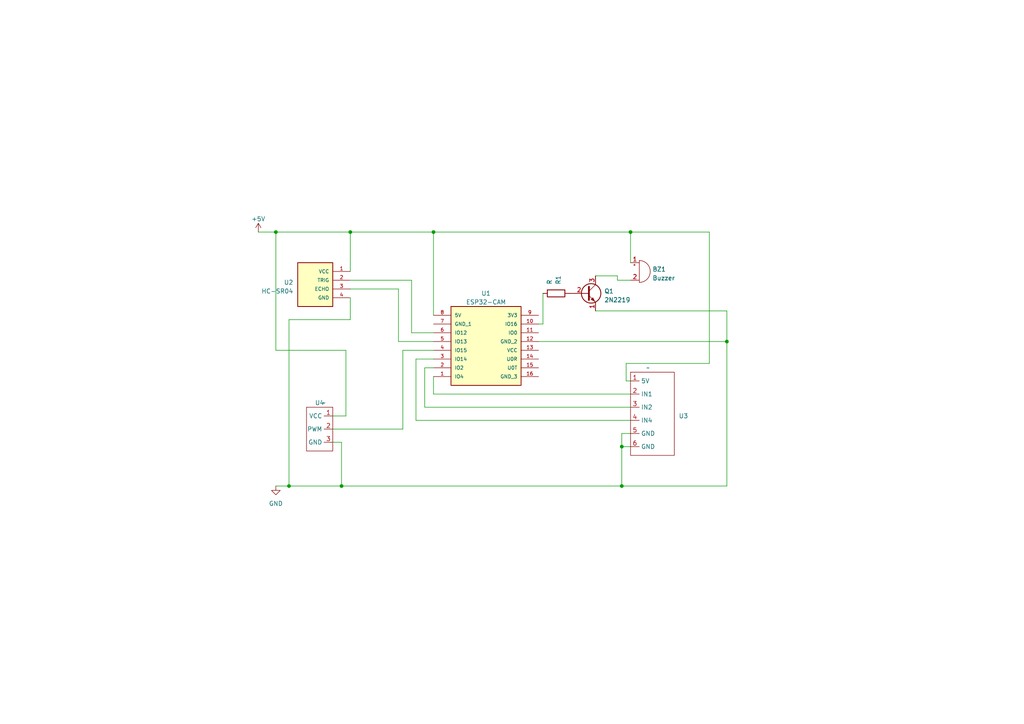
<source format=kicad_sch>
(kicad_sch (version 20230121) (generator eeschema)

  (uuid e50206ed-184a-44a9-b3b0-80fd3ba191db)

  (paper "A4")

  (lib_symbols
    (symbol "CUSTOMSHTE:DriverH" (in_bom yes) (on_board yes)
      (property "Reference" "U" (at 6.35 -13.97 0)
        (effects (font (size 1.27 1.27)))
      )
      (property "Value" "" (at 0 0 0)
        (effects (font (size 1.27 1.27)))
      )
      (property "Footprint" "" (at 0 0 0)
        (effects (font (size 1.27 1.27)) hide)
      )
      (property "Datasheet" "" (at 0 0 0)
        (effects (font (size 1.27 1.27)) hide)
      )
      (symbol "DriverH_1_1"
        (rectangle (start -5.08 -1.27) (end 7.62 -25.4)
          (stroke (width 0) (type default))
          (fill (type none))
        )
        (pin power_in line (at -5.08 -3.81 0) (length 2.54)
          (name "5V" (effects (font (size 1.27 1.27))))
          (number "1" (effects (font (size 1.27 1.27))))
        )
        (pin input line (at -5.08 -7.62 0) (length 2.54)
          (name "IN1" (effects (font (size 1.27 1.27))))
          (number "2" (effects (font (size 1.27 1.27))))
        )
        (pin input line (at -5.08 -11.43 0) (length 2.54)
          (name "IN2" (effects (font (size 1.27 1.27))))
          (number "3" (effects (font (size 1.27 1.27))))
        )
        (pin input line (at -5.08 -15.24 0) (length 2.54)
          (name "IN4" (effects (font (size 1.27 1.27))))
          (number "4" (effects (font (size 1.27 1.27))))
        )
        (pin bidirectional line (at -5.08 -19.05 0) (length 2.54)
          (name "GND" (effects (font (size 1.27 1.27))))
          (number "5" (effects (font (size 1.27 1.27))))
        )
        (pin bidirectional line (at -5.08 -22.86 0) (length 2.54)
          (name "GND" (effects (font (size 1.27 1.27))))
          (number "6" (effects (font (size 1.27 1.27))))
        )
      )
    )
    (symbol "CUSTOMSHTE:SG90" (in_bom yes) (on_board yes)
      (property "Reference" "U" (at -6.35 -7.62 0)
        (effects (font (size 1.27 1.27)))
      )
      (property "Value" "" (at 0 0 0)
        (effects (font (size 1.27 1.27)))
      )
      (property "Footprint" "" (at 0 0 0)
        (effects (font (size 1.27 1.27)) hide)
      )
      (property "Datasheet" "" (at 0 0 0)
        (effects (font (size 1.27 1.27)) hide)
      )
      (symbol "SG90_0_1"
        (rectangle (start -5.08 -1.27) (end 2.54 -13.97)
          (stroke (width 0) (type default))
          (fill (type none))
        )
      )
      (symbol "SG90_1_1"
        (pin power_in line (at 2.54 -3.81 180) (length 2.54)
          (name "VCC" (effects (font (size 1.27 1.27))))
          (number "1" (effects (font (size 1.27 1.27))))
        )
        (pin input line (at 2.54 -7.62 180) (length 2.54)
          (name "PWM" (effects (font (size 1.27 1.27))))
          (number "2" (effects (font (size 1.27 1.27))))
        )
        (pin passive line (at 2.54 -11.43 180) (length 2.54)
          (name "GND" (effects (font (size 1.27 1.27))))
          (number "3" (effects (font (size 1.27 1.27))))
        )
      )
    )
    (symbol "Device:Buzzer" (pin_names (offset 0.0254) hide) (in_bom yes) (on_board yes)
      (property "Reference" "BZ" (at 3.81 1.27 0)
        (effects (font (size 1.27 1.27)) (justify left))
      )
      (property "Value" "Buzzer" (at 3.81 -1.27 0)
        (effects (font (size 1.27 1.27)) (justify left))
      )
      (property "Footprint" "" (at -0.635 2.54 90)
        (effects (font (size 1.27 1.27)) hide)
      )
      (property "Datasheet" "~" (at -0.635 2.54 90)
        (effects (font (size 1.27 1.27)) hide)
      )
      (property "ki_keywords" "quartz resonator ceramic" (at 0 0 0)
        (effects (font (size 1.27 1.27)) hide)
      )
      (property "ki_description" "Buzzer, polarized" (at 0 0 0)
        (effects (font (size 1.27 1.27)) hide)
      )
      (property "ki_fp_filters" "*Buzzer*" (at 0 0 0)
        (effects (font (size 1.27 1.27)) hide)
      )
      (symbol "Buzzer_0_1"
        (arc (start 0 -3.175) (mid 3.1612 0) (end 0 3.175)
          (stroke (width 0) (type default))
          (fill (type none))
        )
        (polyline
          (pts
            (xy -1.651 1.905)
            (xy -1.143 1.905)
          )
          (stroke (width 0) (type default))
          (fill (type none))
        )
        (polyline
          (pts
            (xy -1.397 2.159)
            (xy -1.397 1.651)
          )
          (stroke (width 0) (type default))
          (fill (type none))
        )
        (polyline
          (pts
            (xy 0 3.175)
            (xy 0 -3.175)
          )
          (stroke (width 0) (type default))
          (fill (type none))
        )
      )
      (symbol "Buzzer_1_1"
        (pin passive line (at -2.54 2.54 0) (length 2.54)
          (name "-" (effects (font (size 1.27 1.27))))
          (number "1" (effects (font (size 1.27 1.27))))
        )
        (pin passive line (at -2.54 -2.54 0) (length 2.54)
          (name "+" (effects (font (size 1.27 1.27))))
          (number "2" (effects (font (size 1.27 1.27))))
        )
      )
    )
    (symbol "Device:R" (pin_numbers hide) (pin_names (offset 0)) (in_bom yes) (on_board yes)
      (property "Reference" "R" (at 2.032 0 90)
        (effects (font (size 1.27 1.27)))
      )
      (property "Value" "R" (at 0 0 90)
        (effects (font (size 1.27 1.27)))
      )
      (property "Footprint" "" (at -1.778 0 90)
        (effects (font (size 1.27 1.27)) hide)
      )
      (property "Datasheet" "~" (at 0 0 0)
        (effects (font (size 1.27 1.27)) hide)
      )
      (property "ki_keywords" "R res resistor" (at 0 0 0)
        (effects (font (size 1.27 1.27)) hide)
      )
      (property "ki_description" "Resistor" (at 0 0 0)
        (effects (font (size 1.27 1.27)) hide)
      )
      (property "ki_fp_filters" "R_*" (at 0 0 0)
        (effects (font (size 1.27 1.27)) hide)
      )
      (symbol "R_0_1"
        (rectangle (start -1.016 -2.54) (end 1.016 2.54)
          (stroke (width 0.254) (type default))
          (fill (type none))
        )
      )
      (symbol "R_1_1"
        (pin passive line (at 0 3.81 270) (length 1.27)
          (name "~" (effects (font (size 1.27 1.27))))
          (number "1" (effects (font (size 1.27 1.27))))
        )
        (pin passive line (at 0 -3.81 90) (length 1.27)
          (name "~" (effects (font (size 1.27 1.27))))
          (number "2" (effects (font (size 1.27 1.27))))
        )
      )
    )
    (symbol "ESP32-CAM:ESP32-CAM" (pin_names (offset 1.016)) (in_bom yes) (on_board yes)
      (property "Reference" "U" (at 26.67 7.62 0)
        (effects (font (size 1.27 1.27)) (justify left))
      )
      (property "Value" "ESP32-CAM" (at 26.67 5.08 0)
        (effects (font (size 1.27 1.27)) (justify left))
      )
      (property "Footprint" "ESP32-CAM" (at 0 0 0)
        (effects (font (size 1.27 1.27)) (justify bottom) hide)
      )
      (property "Datasheet" "" (at 0 0 0)
        (effects (font (size 1.27 1.27)) hide)
      )
      (property "MANUFACTURER_NAME" "Ai-Thinker" (at 0 0 0)
        (effects (font (size 1.27 1.27)) (justify bottom) hide)
      )
      (property "MOUSER_PRICE-STOCK" "" (at 0 0 0)
        (effects (font (size 1.27 1.27)) (justify bottom) hide)
      )
      (property "DESCRIPTION" "Modules PCBA Module RoHS" (at 0 0 0)
        (effects (font (size 1.27 1.27)) (justify bottom) hide)
      )
      (property "MOUSER_PART_NUMBER" "" (at 0 0 0)
        (effects (font (size 1.27 1.27)) (justify bottom) hide)
      )
      (property "HEIGHT" "5mm" (at 0 0 0)
        (effects (font (size 1.27 1.27)) (justify bottom) hide)
      )
      (property "ARROW_PRICE-STOCK" "" (at 0 0 0)
        (effects (font (size 1.27 1.27)) (justify bottom) hide)
      )
      (property "ARROW_PART_NUMBER" "" (at 0 0 0)
        (effects (font (size 1.27 1.27)) (justify bottom) hide)
      )
      (property "MANUFACTURER_PART_NUMBER" "ESP32-CAM" (at 0 0 0)
        (effects (font (size 1.27 1.27)) (justify bottom) hide)
      )
      (symbol "ESP32-CAM_0_0"
        (rectangle (start 5.08 -20.32) (end 25.4 2.54)
          (stroke (width 0.254) (type default))
          (fill (type background))
        )
        (pin bidirectional line (at 0 -17.78 0) (length 5.08)
          (name "IO4" (effects (font (size 1.016 1.016))))
          (number "1" (effects (font (size 1.016 1.016))))
        )
        (pin bidirectional line (at 30.48 -2.54 180) (length 5.08)
          (name "IO16" (effects (font (size 1.016 1.016))))
          (number "10" (effects (font (size 1.016 1.016))))
        )
        (pin bidirectional line (at 30.48 -5.08 180) (length 5.08)
          (name "IO0" (effects (font (size 1.016 1.016))))
          (number "11" (effects (font (size 1.016 1.016))))
        )
        (pin bidirectional line (at 30.48 -7.62 180) (length 5.08)
          (name "GND_2" (effects (font (size 1.016 1.016))))
          (number "12" (effects (font (size 1.016 1.016))))
        )
        (pin bidirectional line (at 30.48 -10.16 180) (length 5.08)
          (name "VCC" (effects (font (size 1.016 1.016))))
          (number "13" (effects (font (size 1.016 1.016))))
        )
        (pin bidirectional line (at 30.48 -12.7 180) (length 5.08)
          (name "U0R" (effects (font (size 1.016 1.016))))
          (number "14" (effects (font (size 1.016 1.016))))
        )
        (pin bidirectional line (at 30.48 -15.24 180) (length 5.08)
          (name "U0T" (effects (font (size 1.016 1.016))))
          (number "15" (effects (font (size 1.016 1.016))))
        )
        (pin bidirectional line (at 30.48 -17.78 180) (length 5.08)
          (name "GND_3" (effects (font (size 1.016 1.016))))
          (number "16" (effects (font (size 1.016 1.016))))
        )
        (pin bidirectional line (at 0 -15.24 0) (length 5.08)
          (name "IO2" (effects (font (size 1.016 1.016))))
          (number "2" (effects (font (size 1.016 1.016))))
        )
        (pin bidirectional line (at 0 -12.7 0) (length 5.08)
          (name "IO14" (effects (font (size 1.016 1.016))))
          (number "3" (effects (font (size 1.016 1.016))))
        )
        (pin bidirectional line (at 0 -10.16 0) (length 5.08)
          (name "IO15" (effects (font (size 1.016 1.016))))
          (number "4" (effects (font (size 1.016 1.016))))
        )
        (pin bidirectional line (at 0 -7.62 0) (length 5.08)
          (name "IO13" (effects (font (size 1.016 1.016))))
          (number "5" (effects (font (size 1.016 1.016))))
        )
        (pin bidirectional line (at 0 -5.08 0) (length 5.08)
          (name "IO12" (effects (font (size 1.016 1.016))))
          (number "6" (effects (font (size 1.016 1.016))))
        )
        (pin bidirectional line (at 0 -2.54 0) (length 5.08)
          (name "GND_1" (effects (font (size 1.016 1.016))))
          (number "7" (effects (font (size 1.016 1.016))))
        )
        (pin bidirectional line (at 0 0 0) (length 5.08)
          (name "5V" (effects (font (size 1.016 1.016))))
          (number "8" (effects (font (size 1.016 1.016))))
        )
        (pin bidirectional line (at 30.48 0 180) (length 5.08)
          (name "3V3" (effects (font (size 1.016 1.016))))
          (number "9" (effects (font (size 1.016 1.016))))
        )
      )
    )
    (symbol "HC-SR04:HC-SR04" (pin_names (offset 1.016)) (in_bom yes) (on_board yes)
      (property "Reference" "U" (at 0 5.0813 0)
        (effects (font (size 1.27 1.27)) (justify left bottom))
      )
      (property "Value" "HC-SR04" (at 0 -10.163 0)
        (effects (font (size 1.27 1.27)) (justify left bottom))
      )
      (property "Footprint" "XCVR_HC-SR04" (at 0 0 0)
        (effects (font (size 1.27 1.27)) (justify bottom) hide)
      )
      (property "Datasheet" "" (at 0 0 0)
        (effects (font (size 1.27 1.27)) hide)
      )
      (property "MANUFACTURER" "Osepp" (at 0 0 0)
        (effects (font (size 1.27 1.27)) (justify bottom) hide)
      )
      (symbol "HC-SR04_0_0"
        (rectangle (start 0 -7.62) (end 10.16 5.08)
          (stroke (width 0.254) (type default))
          (fill (type background))
        )
        (pin power_in line (at -5.08 2.54 0) (length 5.08)
          (name "VCC" (effects (font (size 1.016 1.016))))
          (number "1" (effects (font (size 1.016 1.016))))
        )
        (pin bidirectional line (at -5.08 0 0) (length 5.08)
          (name "TRIG" (effects (font (size 1.016 1.016))))
          (number "2" (effects (font (size 1.016 1.016))))
        )
        (pin bidirectional line (at -5.08 -2.54 0) (length 5.08)
          (name "ECHO" (effects (font (size 1.016 1.016))))
          (number "3" (effects (font (size 1.016 1.016))))
        )
        (pin power_in line (at -5.08 -5.08 0) (length 5.08)
          (name "GND" (effects (font (size 1.016 1.016))))
          (number "4" (effects (font (size 1.016 1.016))))
        )
      )
    )
    (symbol "Transistor_BJT:2N2219" (pin_names (offset 0) hide) (in_bom yes) (on_board yes)
      (property "Reference" "Q" (at 5.08 1.905 0)
        (effects (font (size 1.27 1.27)) (justify left))
      )
      (property "Value" "2N2219" (at 5.08 0 0)
        (effects (font (size 1.27 1.27)) (justify left))
      )
      (property "Footprint" "Package_TO_SOT_THT:TO-39-3" (at 5.08 -1.905 0)
        (effects (font (size 1.27 1.27) italic) (justify left) hide)
      )
      (property "Datasheet" "http://www.onsemi.com/pub_link/Collateral/2N2219-D.PDF" (at 0 0 0)
        (effects (font (size 1.27 1.27)) (justify left) hide)
      )
      (property "ki_keywords" "NPN Transistor" (at 0 0 0)
        (effects (font (size 1.27 1.27)) hide)
      )
      (property "ki_description" "800mA Ic, 50V Vce, NPN Transistor, TO-39" (at 0 0 0)
        (effects (font (size 1.27 1.27)) hide)
      )
      (property "ki_fp_filters" "TO?39*" (at 0 0 0)
        (effects (font (size 1.27 1.27)) hide)
      )
      (symbol "2N2219_0_1"
        (polyline
          (pts
            (xy 0.635 0.635)
            (xy 2.54 2.54)
          )
          (stroke (width 0) (type default))
          (fill (type none))
        )
        (polyline
          (pts
            (xy 0.635 -0.635)
            (xy 2.54 -2.54)
            (xy 2.54 -2.54)
          )
          (stroke (width 0) (type default))
          (fill (type none))
        )
        (polyline
          (pts
            (xy 0.635 1.905)
            (xy 0.635 -1.905)
            (xy 0.635 -1.905)
          )
          (stroke (width 0.508) (type default))
          (fill (type none))
        )
        (polyline
          (pts
            (xy 1.27 -1.778)
            (xy 1.778 -1.27)
            (xy 2.286 -2.286)
            (xy 1.27 -1.778)
            (xy 1.27 -1.778)
          )
          (stroke (width 0) (type default))
          (fill (type outline))
        )
        (circle (center 1.27 0) (radius 2.8194)
          (stroke (width 0.254) (type default))
          (fill (type none))
        )
      )
      (symbol "2N2219_1_1"
        (pin passive line (at 2.54 -5.08 90) (length 2.54)
          (name "E" (effects (font (size 1.27 1.27))))
          (number "1" (effects (font (size 1.27 1.27))))
        )
        (pin passive line (at -5.08 0 0) (length 5.715)
          (name "B" (effects (font (size 1.27 1.27))))
          (number "2" (effects (font (size 1.27 1.27))))
        )
        (pin passive line (at 2.54 5.08 270) (length 2.54)
          (name "C" (effects (font (size 1.27 1.27))))
          (number "3" (effects (font (size 1.27 1.27))))
        )
      )
    )
    (symbol "power:+5V" (power) (pin_names (offset 0)) (in_bom yes) (on_board yes)
      (property "Reference" "#PWR" (at 0 -3.81 0)
        (effects (font (size 1.27 1.27)) hide)
      )
      (property "Value" "+5V" (at 0 3.556 0)
        (effects (font (size 1.27 1.27)))
      )
      (property "Footprint" "" (at 0 0 0)
        (effects (font (size 1.27 1.27)) hide)
      )
      (property "Datasheet" "" (at 0 0 0)
        (effects (font (size 1.27 1.27)) hide)
      )
      (property "ki_keywords" "global power" (at 0 0 0)
        (effects (font (size 1.27 1.27)) hide)
      )
      (property "ki_description" "Power symbol creates a global label with name \"+5V\"" (at 0 0 0)
        (effects (font (size 1.27 1.27)) hide)
      )
      (symbol "+5V_0_1"
        (polyline
          (pts
            (xy -0.762 1.27)
            (xy 0 2.54)
          )
          (stroke (width 0) (type default))
          (fill (type none))
        )
        (polyline
          (pts
            (xy 0 0)
            (xy 0 2.54)
          )
          (stroke (width 0) (type default))
          (fill (type none))
        )
        (polyline
          (pts
            (xy 0 2.54)
            (xy 0.762 1.27)
          )
          (stroke (width 0) (type default))
          (fill (type none))
        )
      )
      (symbol "+5V_1_1"
        (pin power_in line (at 0 0 90) (length 0) hide
          (name "+5V" (effects (font (size 1.27 1.27))))
          (number "1" (effects (font (size 1.27 1.27))))
        )
      )
    )
    (symbol "power:GND" (power) (pin_names (offset 0)) (in_bom yes) (on_board yes)
      (property "Reference" "#PWR" (at 0 -6.35 0)
        (effects (font (size 1.27 1.27)) hide)
      )
      (property "Value" "GND" (at 0 -3.81 0)
        (effects (font (size 1.27 1.27)))
      )
      (property "Footprint" "" (at 0 0 0)
        (effects (font (size 1.27 1.27)) hide)
      )
      (property "Datasheet" "" (at 0 0 0)
        (effects (font (size 1.27 1.27)) hide)
      )
      (property "ki_keywords" "global power" (at 0 0 0)
        (effects (font (size 1.27 1.27)) hide)
      )
      (property "ki_description" "Power symbol creates a global label with name \"GND\" , ground" (at 0 0 0)
        (effects (font (size 1.27 1.27)) hide)
      )
      (symbol "GND_0_1"
        (polyline
          (pts
            (xy 0 0)
            (xy 0 -1.27)
            (xy 1.27 -1.27)
            (xy 0 -2.54)
            (xy -1.27 -1.27)
            (xy 0 -1.27)
          )
          (stroke (width 0) (type default))
          (fill (type none))
        )
      )
      (symbol "GND_1_1"
        (pin power_in line (at 0 0 270) (length 0) hide
          (name "GND" (effects (font (size 1.27 1.27))))
          (number "1" (effects (font (size 1.27 1.27))))
        )
      )
    )
  )

  (junction (at 180.34 140.97) (diameter 0) (color 0 0 0 0)
    (uuid 06eb54b7-7bc0-4410-bf46-5228da0dd9da)
  )
  (junction (at 210.82 99.06) (diameter 0) (color 0 0 0 0)
    (uuid 16650e01-ea02-4178-a4db-f129f2c2eb7b)
  )
  (junction (at 180.34 129.54) (diameter 0) (color 0 0 0 0)
    (uuid 2d399a15-cacc-4d7e-aea7-86b7ff1982f2)
  )
  (junction (at 101.6 67.31) (diameter 0) (color 0 0 0 0)
    (uuid 4cb6864f-beaf-410e-a6df-4a8cbc4c664d)
  )
  (junction (at 182.88 67.31) (diameter 0) (color 0 0 0 0)
    (uuid 73cde445-7625-43a3-94ec-acbcafb17f72)
  )
  (junction (at 99.06 140.97) (diameter 0) (color 0 0 0 0)
    (uuid 9b8afbd3-c8be-477f-95ac-0b6fdaa0727b)
  )
  (junction (at 80.01 67.31) (diameter 0) (color 0 0 0 0)
    (uuid b09dfe90-b0a1-47c7-b094-d39e23cb186c)
  )
  (junction (at 125.73 67.31) (diameter 0) (color 0 0 0 0)
    (uuid dcd992d8-7a40-48a1-b817-eabbb0f73d32)
  )
  (junction (at 83.82 140.97) (diameter 0) (color 0 0 0 0)
    (uuid de8ece23-88e1-4eca-a729-6fe18576066d)
  )

  (wire (pts (xy 182.88 121.92) (xy 120.65 121.92))
    (stroke (width 0) (type default))
    (uuid 04781d67-94e9-459a-b527-da8411d6c365)
  )
  (wire (pts (xy 182.88 129.54) (xy 180.34 129.54))
    (stroke (width 0) (type default))
    (uuid 11fdd119-3e89-4ecf-b7f2-71c15fc8b485)
  )
  (wire (pts (xy 179.07 81.28) (xy 179.07 80.01))
    (stroke (width 0) (type default))
    (uuid 15bec88b-90de-4250-bd0e-d6a7f8bbf0e6)
  )
  (wire (pts (xy 115.57 99.06) (xy 125.73 99.06))
    (stroke (width 0) (type default))
    (uuid 1929ab7e-8f59-4ed0-a535-11333682661a)
  )
  (wire (pts (xy 120.65 121.92) (xy 120.65 104.14))
    (stroke (width 0) (type default))
    (uuid 1ba88bf1-35a5-4829-b9ee-bd4c96226c95)
  )
  (wire (pts (xy 96.52 128.27) (xy 99.06 128.27))
    (stroke (width 0) (type default))
    (uuid 1c682682-caa6-46f0-ab2b-3f8bcb861bb1)
  )
  (wire (pts (xy 179.07 80.01) (xy 172.72 80.01))
    (stroke (width 0) (type default))
    (uuid 1edaf8ec-4c65-4439-b230-63247931abe8)
  )
  (wire (pts (xy 172.72 90.17) (xy 210.82 90.17))
    (stroke (width 0) (type default))
    (uuid 24039d96-9853-4307-ad03-655d96e8a6d9)
  )
  (wire (pts (xy 180.34 125.73) (xy 180.34 129.54))
    (stroke (width 0) (type default))
    (uuid 25fa6e7e-ed63-401f-b248-b1ec7e6b0227)
  )
  (wire (pts (xy 116.84 124.46) (xy 116.84 101.6))
    (stroke (width 0) (type default))
    (uuid 28465dae-f6f7-4ef3-8596-8ef63530d8aa)
  )
  (wire (pts (xy 83.82 92.71) (xy 83.82 140.97))
    (stroke (width 0) (type default))
    (uuid 2f1885c4-89e0-405a-b37c-d5d1c114e40b)
  )
  (wire (pts (xy 101.6 67.31) (xy 101.6 78.74))
    (stroke (width 0) (type default))
    (uuid 30447fd0-cd5e-47e6-8315-bbf1cf2d3171)
  )
  (wire (pts (xy 101.6 67.31) (xy 125.73 67.31))
    (stroke (width 0) (type default))
    (uuid 35943a2e-8362-4857-a054-5afd6cebf034)
  )
  (wire (pts (xy 83.82 140.97) (xy 80.01 140.97))
    (stroke (width 0) (type default))
    (uuid 375bf5ad-87b4-415c-9366-22a08fba1075)
  )
  (wire (pts (xy 96.52 124.46) (xy 116.84 124.46))
    (stroke (width 0) (type default))
    (uuid 39424704-b49d-4a1e-8857-f62aa5b6d0ad)
  )
  (wire (pts (xy 101.6 83.82) (xy 115.57 83.82))
    (stroke (width 0) (type default))
    (uuid 3bda0908-906c-4d9f-8d0e-0ef572daed57)
  )
  (wire (pts (xy 180.34 129.54) (xy 180.34 140.97))
    (stroke (width 0) (type default))
    (uuid 40e2400e-3b64-4bf6-b622-8872c1b53491)
  )
  (wire (pts (xy 210.82 90.17) (xy 210.82 99.06))
    (stroke (width 0) (type default))
    (uuid 41b5a8d2-5c37-4387-9805-7bbcba774680)
  )
  (wire (pts (xy 99.06 140.97) (xy 83.82 140.97))
    (stroke (width 0) (type default))
    (uuid 46d7d9e9-6728-4da1-938c-a6d0df367a13)
  )
  (wire (pts (xy 156.21 99.06) (xy 210.82 99.06))
    (stroke (width 0) (type default))
    (uuid 4cd7e113-ca2a-4564-b989-84f028a15edd)
  )
  (wire (pts (xy 100.33 101.6) (xy 80.01 101.6))
    (stroke (width 0) (type default))
    (uuid 4eeeef7f-5926-4284-bdda-a71ece0bb7ac)
  )
  (wire (pts (xy 125.73 67.31) (xy 125.73 91.44))
    (stroke (width 0) (type default))
    (uuid 55005068-8298-4655-a2a7-a2ff6ecdc1ba)
  )
  (wire (pts (xy 101.6 92.71) (xy 83.82 92.71))
    (stroke (width 0) (type default))
    (uuid 58b38cfd-aeff-403c-9494-d339910c529c)
  )
  (wire (pts (xy 182.88 118.11) (xy 123.19 118.11))
    (stroke (width 0) (type default))
    (uuid 5c80fae7-6054-4e11-9937-04c960b2af65)
  )
  (wire (pts (xy 101.6 81.28) (xy 119.38 81.28))
    (stroke (width 0) (type default))
    (uuid 5d80864a-408e-4c13-a985-37fbf56289e6)
  )
  (wire (pts (xy 99.06 128.27) (xy 99.06 140.97))
    (stroke (width 0) (type default))
    (uuid 6dd8a3c4-38c6-420d-abc6-ea3bffe1394e)
  )
  (wire (pts (xy 96.52 120.65) (xy 100.33 120.65))
    (stroke (width 0) (type default))
    (uuid 7962398e-26f0-491f-a7fe-4ca6592541ae)
  )
  (wire (pts (xy 119.38 96.52) (xy 125.73 96.52))
    (stroke (width 0) (type default))
    (uuid 7bc8269c-adb5-41d3-b470-ae927c5daedb)
  )
  (wire (pts (xy 182.88 67.31) (xy 182.88 76.2))
    (stroke (width 0) (type default))
    (uuid 7f63a33d-8b68-443d-b43e-5c2b2306bcbe)
  )
  (wire (pts (xy 181.61 105.41) (xy 181.61 110.49))
    (stroke (width 0) (type default))
    (uuid 82350f98-db75-40dc-9b97-56e499f58666)
  )
  (wire (pts (xy 205.74 105.41) (xy 181.61 105.41))
    (stroke (width 0) (type default))
    (uuid 8a992429-5133-4c02-941f-c037ee8b4b8e)
  )
  (wire (pts (xy 80.01 67.31) (xy 80.01 101.6))
    (stroke (width 0) (type default))
    (uuid 8ad1520d-667f-4089-9a6b-45c9f1a6e5c5)
  )
  (wire (pts (xy 157.48 93.98) (xy 156.21 93.98))
    (stroke (width 0) (type default))
    (uuid 91143c5d-d5d9-4c93-9289-71c3e081ea3c)
  )
  (wire (pts (xy 210.82 99.06) (xy 210.82 140.97))
    (stroke (width 0) (type default))
    (uuid 981ee7cf-13f4-46bb-af9d-8d04c6829dcd)
  )
  (wire (pts (xy 123.19 106.68) (xy 125.73 106.68))
    (stroke (width 0) (type default))
    (uuid 9e2d2af1-1d39-481a-82e0-e653dc9ad137)
  )
  (wire (pts (xy 125.73 67.31) (xy 182.88 67.31))
    (stroke (width 0) (type default))
    (uuid a70b79ea-f275-4cb6-babf-9c5c9375440f)
  )
  (wire (pts (xy 74.93 67.31) (xy 80.01 67.31))
    (stroke (width 0) (type default))
    (uuid aaf37c4e-004f-4685-b9ff-18d7ab266b11)
  )
  (wire (pts (xy 80.01 67.31) (xy 101.6 67.31))
    (stroke (width 0) (type default))
    (uuid af722ca9-9ce4-4ee3-8f9e-d99d82d8b1cf)
  )
  (wire (pts (xy 205.74 67.31) (xy 205.74 105.41))
    (stroke (width 0) (type default))
    (uuid b1877b23-7deb-48f2-be5a-99d66e8f8f97)
  )
  (wire (pts (xy 101.6 86.36) (xy 101.6 92.71))
    (stroke (width 0) (type default))
    (uuid b945e071-a63c-401e-a3c6-98c276ee0b63)
  )
  (wire (pts (xy 116.84 101.6) (xy 125.73 101.6))
    (stroke (width 0) (type default))
    (uuid bde05f57-471b-487c-bb45-e53a62e2c1c3)
  )
  (wire (pts (xy 210.82 140.97) (xy 180.34 140.97))
    (stroke (width 0) (type default))
    (uuid bfe60425-2e16-4e4d-b85a-e33203ec132d)
  )
  (wire (pts (xy 100.33 120.65) (xy 100.33 101.6))
    (stroke (width 0) (type default))
    (uuid c0ff3f4b-cff5-4c65-8707-9fb040d3d733)
  )
  (wire (pts (xy 119.38 81.28) (xy 119.38 96.52))
    (stroke (width 0) (type default))
    (uuid c2215f36-13d2-42df-bcd7-0db1f399a3ed)
  )
  (wire (pts (xy 181.61 110.49) (xy 182.88 110.49))
    (stroke (width 0) (type default))
    (uuid c7d173f8-9e29-49be-8ab4-89b40951b114)
  )
  (wire (pts (xy 157.48 85.09) (xy 157.48 93.98))
    (stroke (width 0) (type default))
    (uuid c926627e-c04e-4b44-9324-33005a24a700)
  )
  (wire (pts (xy 180.34 140.97) (xy 99.06 140.97))
    (stroke (width 0) (type default))
    (uuid c9d4eecd-fab2-47eb-afd8-61d26e503624)
  )
  (wire (pts (xy 182.88 81.28) (xy 179.07 81.28))
    (stroke (width 0) (type default))
    (uuid d267cea7-fd5b-4a47-8131-8d697e253947)
  )
  (wire (pts (xy 182.88 125.73) (xy 180.34 125.73))
    (stroke (width 0) (type default))
    (uuid d2918d07-92c5-48ac-a524-382a241561e2)
  )
  (wire (pts (xy 115.57 83.82) (xy 115.57 99.06))
    (stroke (width 0) (type default))
    (uuid d2c5210c-2155-4f1b-a35e-0f399c494f0a)
  )
  (wire (pts (xy 182.88 67.31) (xy 205.74 67.31))
    (stroke (width 0) (type default))
    (uuid dd2a848e-64ac-49b3-b954-83f4d8bfde82)
  )
  (wire (pts (xy 125.73 109.22) (xy 125.73 114.3))
    (stroke (width 0) (type default))
    (uuid dd3c619a-7838-41c7-9d52-48a94f025630)
  )
  (wire (pts (xy 123.19 118.11) (xy 123.19 106.68))
    (stroke (width 0) (type default))
    (uuid df0c48b8-37eb-4b43-bd94-1c5bb352a3c1)
  )
  (wire (pts (xy 182.88 114.3) (xy 125.73 114.3))
    (stroke (width 0) (type default))
    (uuid e9ffea4e-cb69-425b-b65c-4304cd2e9eae)
  )
  (wire (pts (xy 120.65 104.14) (xy 125.73 104.14))
    (stroke (width 0) (type default))
    (uuid f1a2d404-70e7-4660-bda2-0d2485a536c6)
  )

  (symbol (lib_id "Device:R") (at 161.29 85.09 270) (mirror x) (unit 1)
    (in_bom yes) (on_board yes) (dnp no)
    (uuid 1a1cc4ab-51e1-488a-9b55-25029ead5057)
    (property "Reference" "R1" (at 161.925 82.55 0)
      (effects (font (size 1.27 1.27)) (justify left))
    )
    (property "Value" "R" (at 159.385 82.55 0)
      (effects (font (size 1.27 1.27)) (justify left))
    )
    (property "Footprint" "" (at 161.29 86.868 90)
      (effects (font (size 1.27 1.27)) hide)
    )
    (property "Datasheet" "~" (at 161.29 85.09 0)
      (effects (font (size 1.27 1.27)) hide)
    )
    (pin "1" (uuid 06c46e6d-9d7a-4574-b224-8ea947719846))
    (pin "2" (uuid d10f9203-435d-4bc4-94ec-edc8209fdf65))
    (instances
      (project "SDV_test"
        (path "/e50206ed-184a-44a9-b3b0-80fd3ba191db"
          (reference "R1") (unit 1)
        )
      )
    )
  )

  (symbol (lib_id "power:+5V") (at 74.93 67.31 0) (unit 1)
    (in_bom yes) (on_board yes) (dnp no) (fields_autoplaced)
    (uuid 3722b2a5-0e70-47c4-9aed-2b8d5e375845)
    (property "Reference" "#PWR01" (at 74.93 71.12 0)
      (effects (font (size 1.27 1.27)) hide)
    )
    (property "Value" "+5V" (at 74.93 63.5 0)
      (effects (font (size 1.27 1.27)))
    )
    (property "Footprint" "" (at 74.93 67.31 0)
      (effects (font (size 1.27 1.27)) hide)
    )
    (property "Datasheet" "" (at 74.93 67.31 0)
      (effects (font (size 1.27 1.27)) hide)
    )
    (pin "1" (uuid d0076922-96d0-4650-bdb7-3f78db9fd45e))
    (instances
      (project "SDV_test"
        (path "/e50206ed-184a-44a9-b3b0-80fd3ba191db"
          (reference "#PWR01") (unit 1)
        )
      )
    )
  )

  (symbol (lib_id "ESP32-CAM:ESP32-CAM") (at 125.73 91.44 0) (unit 1)
    (in_bom yes) (on_board yes) (dnp no) (fields_autoplaced)
    (uuid 4f10d4a8-696d-4509-a058-77ae6c9d3b89)
    (property "Reference" "U1" (at 140.97 85.09 0)
      (effects (font (size 1.27 1.27)))
    )
    (property "Value" "ESP32-CAM" (at 140.97 87.63 0)
      (effects (font (size 1.27 1.27)))
    )
    (property "Footprint" "ESP32-CAM" (at 125.73 91.44 0)
      (effects (font (size 1.27 1.27)) (justify bottom) hide)
    )
    (property "Datasheet" "" (at 125.73 91.44 0)
      (effects (font (size 1.27 1.27)) hide)
    )
    (property "MANUFACTURER_NAME" "Ai-Thinker" (at 125.73 91.44 0)
      (effects (font (size 1.27 1.27)) (justify bottom) hide)
    )
    (property "MOUSER_PRICE-STOCK" "" (at 125.73 91.44 0)
      (effects (font (size 1.27 1.27)) (justify bottom) hide)
    )
    (property "DESCRIPTION" "Modules PCBA Module RoHS" (at 125.73 91.44 0)
      (effects (font (size 1.27 1.27)) (justify bottom) hide)
    )
    (property "MOUSER_PART_NUMBER" "" (at 125.73 91.44 0)
      (effects (font (size 1.27 1.27)) (justify bottom) hide)
    )
    (property "HEIGHT" "5mm" (at 125.73 91.44 0)
      (effects (font (size 1.27 1.27)) (justify bottom) hide)
    )
    (property "ARROW_PRICE-STOCK" "" (at 125.73 91.44 0)
      (effects (font (size 1.27 1.27)) (justify bottom) hide)
    )
    (property "ARROW_PART_NUMBER" "" (at 125.73 91.44 0)
      (effects (font (size 1.27 1.27)) (justify bottom) hide)
    )
    (property "MANUFACTURER_PART_NUMBER" "ESP32-CAM" (at 125.73 91.44 0)
      (effects (font (size 1.27 1.27)) (justify bottom) hide)
    )
    (pin "1" (uuid ac861f40-9821-422e-b23f-8c70a258de54))
    (pin "10" (uuid 4ff062a8-226c-42ce-aa44-bef7ffd3e85a))
    (pin "11" (uuid d316a5cc-0250-4918-a495-3c925005c5ec))
    (pin "12" (uuid ce8ce27b-6c26-4c3f-a721-6c4e4e66624c))
    (pin "13" (uuid 908d7af2-0c08-48ae-a2d0-afddc2a4a835))
    (pin "14" (uuid 52ef1945-8b70-49e4-8b8b-da34e5118653))
    (pin "15" (uuid ffbae86a-24b1-4420-8e63-9b2cec4b4872))
    (pin "16" (uuid 28da5d37-d716-4367-bc6e-ff106e2f9cd5))
    (pin "2" (uuid 6c2f122c-8526-455c-9233-75440c2bb211))
    (pin "3" (uuid 050c81e4-a0db-4122-b7aa-b9034be8e7e4))
    (pin "4" (uuid 12c5bb8a-125a-411c-bb25-b4a6dce60c8d))
    (pin "5" (uuid f1c95ad4-3969-4a1e-bfbc-ea3ad91fc9da))
    (pin "6" (uuid b2f0d055-376f-4ade-b8d4-d80a36cca82c))
    (pin "7" (uuid 5fb263d9-74e2-44f3-afe8-b5516c710f8e))
    (pin "8" (uuid 1f68ee93-70ef-4831-80d6-6afb7edec424))
    (pin "9" (uuid 9f09a434-c124-4a38-a8a8-36db7be6f164))
    (instances
      (project "SDV_test"
        (path "/e50206ed-184a-44a9-b3b0-80fd3ba191db"
          (reference "U1") (unit 1)
        )
      )
    )
  )

  (symbol (lib_id "Transistor_BJT:2N2219") (at 170.18 85.09 0) (unit 1)
    (in_bom yes) (on_board yes) (dnp no)
    (uuid 54fd7d3f-833a-44ac-adac-be58fa8d4ecf)
    (property "Reference" "Q1" (at 175.26 84.455 0)
      (effects (font (size 1.27 1.27)) (justify left))
    )
    (property "Value" "2N2219" (at 175.26 86.995 0)
      (effects (font (size 1.27 1.27)) (justify left))
    )
    (property "Footprint" "Package_TO_SOT_THT:TO-39-3" (at 175.26 86.995 0)
      (effects (font (size 1.27 1.27) italic) (justify left) hide)
    )
    (property "Datasheet" "http://www.onsemi.com/pub_link/Collateral/2N2219-D.PDF" (at 170.18 85.09 0)
      (effects (font (size 1.27 1.27)) (justify left) hide)
    )
    (pin "1" (uuid 349d084e-2df3-42f8-967c-e50c3489e0f7))
    (pin "2" (uuid ed6f59b2-8a2d-4d5d-b997-54db1beddb8c))
    (pin "3" (uuid 0359ffad-d82c-4b6a-aacc-e69793fcf4fa))
    (instances
      (project "SDV_test"
        (path "/e50206ed-184a-44a9-b3b0-80fd3ba191db"
          (reference "Q1") (unit 1)
        )
      )
    )
  )

  (symbol (lib_id "CUSTOMSHTE:SG90") (at 93.98 116.84 0) (unit 1)
    (in_bom yes) (on_board yes) (dnp no) (fields_autoplaced)
    (uuid 65b3bc7a-f547-45a1-a96d-c9603cb098fd)
    (property "Reference" "U4" (at 92.71 116.84 0)
      (effects (font (size 1.27 1.27)))
    )
    (property "Value" "~" (at 93.98 116.84 0)
      (effects (font (size 1.27 1.27)))
    )
    (property "Footprint" "" (at 93.98 116.84 0)
      (effects (font (size 1.27 1.27)) hide)
    )
    (property "Datasheet" "" (at 93.98 116.84 0)
      (effects (font (size 1.27 1.27)) hide)
    )
    (pin "1" (uuid 7c70b4c9-7812-44ae-9209-476c6bb0beb7))
    (pin "2" (uuid 74325656-0042-4453-b85d-94899ecc1ea6))
    (pin "3" (uuid a7db00ac-eff6-4ea4-85a5-2603f5ff5c9f))
    (instances
      (project "SDV_test"
        (path "/e50206ed-184a-44a9-b3b0-80fd3ba191db"
          (reference "U4") (unit 1)
        )
      )
    )
  )

  (symbol (lib_id "CUSTOMSHTE:DriverH") (at 187.96 106.68 0) (unit 1)
    (in_bom yes) (on_board yes) (dnp no) (fields_autoplaced)
    (uuid 6e30bdee-a4d3-48ea-8228-bf6fa6954a25)
    (property "Reference" "U3" (at 196.85 120.65 0)
      (effects (font (size 1.27 1.27)) (justify left))
    )
    (property "Value" "~" (at 187.96 106.68 0)
      (effects (font (size 1.27 1.27)))
    )
    (property "Footprint" "" (at 187.96 106.68 0)
      (effects (font (size 1.27 1.27)) hide)
    )
    (property "Datasheet" "" (at 187.96 106.68 0)
      (effects (font (size 1.27 1.27)) hide)
    )
    (pin "1" (uuid a5269869-2ce2-4f46-ad25-ae02ad49fae9))
    (pin "2" (uuid adb1f630-100f-4f3b-8423-fee8e3193100))
    (pin "3" (uuid c00f64a7-aee2-4e23-8fb7-ca954ab4c20a))
    (pin "4" (uuid 0c4e0ea4-1e13-4349-bf76-4b900b3a2a91))
    (pin "5" (uuid dbdb821a-e7b2-4a19-b10e-cc2f5b308ed6))
    (pin "6" (uuid 97209390-a681-470e-91c6-869cdfff8bc2))
    (instances
      (project "SDV_test"
        (path "/e50206ed-184a-44a9-b3b0-80fd3ba191db"
          (reference "U3") (unit 1)
        )
      )
    )
  )

  (symbol (lib_id "HC-SR04:HC-SR04") (at 96.52 81.28 0) (mirror y) (unit 1)
    (in_bom yes) (on_board yes) (dnp no)
    (uuid bfac9aec-8a5e-4ed4-84fd-2cbb94a73e23)
    (property "Reference" "U2" (at 85.09 81.915 0)
      (effects (font (size 1.27 1.27)) (justify left))
    )
    (property "Value" "HC-SR04" (at 85.09 84.455 0)
      (effects (font (size 1.27 1.27)) (justify left))
    )
    (property "Footprint" "XCVR_HC-SR04" (at 96.52 81.28 0)
      (effects (font (size 1.27 1.27)) (justify bottom) hide)
    )
    (property "Datasheet" "" (at 96.52 81.28 0)
      (effects (font (size 1.27 1.27)) hide)
    )
    (property "MANUFACTURER" "Osepp" (at 96.52 81.28 0)
      (effects (font (size 1.27 1.27)) (justify bottom) hide)
    )
    (pin "1" (uuid 1795376c-088c-4f7e-b0d3-db610dbc854d))
    (pin "2" (uuid da6add20-39fe-42ea-8d99-dcda835a5106))
    (pin "3" (uuid 3df22fcd-9f96-44b0-b575-a07ef7e8cf2e))
    (pin "4" (uuid bb31a19c-b916-4ed4-bb7c-5aee786a3c06))
    (instances
      (project "SDV_test"
        (path "/e50206ed-184a-44a9-b3b0-80fd3ba191db"
          (reference "U2") (unit 1)
        )
      )
    )
  )

  (symbol (lib_id "power:GND") (at 80.01 140.97 0) (unit 1)
    (in_bom yes) (on_board yes) (dnp no) (fields_autoplaced)
    (uuid f69bbc53-92c1-4beb-8986-ecd392e301f5)
    (property "Reference" "#PWR02" (at 80.01 147.32 0)
      (effects (font (size 1.27 1.27)) hide)
    )
    (property "Value" "GND" (at 80.01 146.05 0)
      (effects (font (size 1.27 1.27)))
    )
    (property "Footprint" "" (at 80.01 140.97 0)
      (effects (font (size 1.27 1.27)) hide)
    )
    (property "Datasheet" "" (at 80.01 140.97 0)
      (effects (font (size 1.27 1.27)) hide)
    )
    (pin "1" (uuid f7f9f41b-8655-4bd1-bfad-6133403daefb))
    (instances
      (project "SDV_test"
        (path "/e50206ed-184a-44a9-b3b0-80fd3ba191db"
          (reference "#PWR02") (unit 1)
        )
      )
    )
  )

  (symbol (lib_id "Device:Buzzer") (at 185.42 78.74 0) (unit 1)
    (in_bom yes) (on_board yes) (dnp no) (fields_autoplaced)
    (uuid f98ce188-d525-4f24-b19c-c072617f7ecd)
    (property "Reference" "BZ1" (at 189.23 78.105 0)
      (effects (font (size 1.27 1.27)) (justify left))
    )
    (property "Value" "Buzzer" (at 189.23 80.645 0)
      (effects (font (size 1.27 1.27)) (justify left))
    )
    (property "Footprint" "" (at 184.785 76.2 90)
      (effects (font (size 1.27 1.27)) hide)
    )
    (property "Datasheet" "~" (at 184.785 76.2 90)
      (effects (font (size 1.27 1.27)) hide)
    )
    (pin "1" (uuid 566ebaa7-c900-40c6-8cb1-b8927b9cb763))
    (pin "2" (uuid 7cd1fc33-1872-4c26-b3cf-6d0f2fab1b32))
    (instances
      (project "SDV_test"
        (path "/e50206ed-184a-44a9-b3b0-80fd3ba191db"
          (reference "BZ1") (unit 1)
        )
      )
    )
  )

  (sheet_instances
    (path "/" (page "1"))
  )
)

</source>
